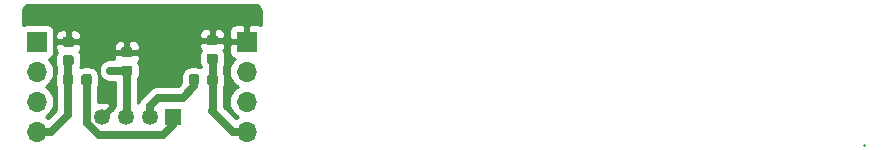
<source format=gtl>
G04 #@! TF.GenerationSoftware,KiCad,Pcbnew,(5.1.4)-1*
G04 #@! TF.CreationDate,2020-05-04T16:36:28+09:00*
G04 #@! TF.ProjectId,SPRESENSE_GROVE_ANA,53505245-5345-44e5-9345-5f47524f5645,v0.2*
G04 #@! TF.SameCoordinates,Original*
G04 #@! TF.FileFunction,Copper,L1,Top*
G04 #@! TF.FilePolarity,Positive*
%FSLAX46Y46*%
G04 Gerber Fmt 4.6, Leading zero omitted, Abs format (unit mm)*
G04 Created by KiCad (PCBNEW (5.1.4)-1) date 2020-05-04 16:36:28*
%MOMM*%
%LPD*%
G04 APERTURE LIST*
%ADD10C,0.100000*%
%ADD11C,0.875000*%
%ADD12R,1.350000X1.350000*%
%ADD13C,1.350000*%
%ADD14R,1.700000X1.700000*%
%ADD15O,1.700000X1.700000*%
%ADD16C,0.600000*%
%ADD17C,0.250000*%
%ADD18C,0.700000*%
%ADD19C,0.254000*%
G04 APERTURE END LIST*
D10*
G36*
X132738691Y-106904053D02*
G01*
X132759926Y-106907203D01*
X132780750Y-106912419D01*
X132800962Y-106919651D01*
X132820368Y-106928830D01*
X132838781Y-106939866D01*
X132856024Y-106952654D01*
X132871930Y-106967070D01*
X132886346Y-106982976D01*
X132899134Y-107000219D01*
X132910170Y-107018632D01*
X132919349Y-107038038D01*
X132926581Y-107058250D01*
X132931797Y-107079074D01*
X132934947Y-107100309D01*
X132936000Y-107121750D01*
X132936000Y-107559250D01*
X132934947Y-107580691D01*
X132931797Y-107601926D01*
X132926581Y-107622750D01*
X132919349Y-107642962D01*
X132910170Y-107662368D01*
X132899134Y-107680781D01*
X132886346Y-107698024D01*
X132871930Y-107713930D01*
X132856024Y-107728346D01*
X132838781Y-107741134D01*
X132820368Y-107752170D01*
X132800962Y-107761349D01*
X132780750Y-107768581D01*
X132759926Y-107773797D01*
X132738691Y-107776947D01*
X132717250Y-107778000D01*
X132204750Y-107778000D01*
X132183309Y-107776947D01*
X132162074Y-107773797D01*
X132141250Y-107768581D01*
X132121038Y-107761349D01*
X132101632Y-107752170D01*
X132083219Y-107741134D01*
X132065976Y-107728346D01*
X132050070Y-107713930D01*
X132035654Y-107698024D01*
X132022866Y-107680781D01*
X132011830Y-107662368D01*
X132002651Y-107642962D01*
X131995419Y-107622750D01*
X131990203Y-107601926D01*
X131987053Y-107580691D01*
X131986000Y-107559250D01*
X131986000Y-107121750D01*
X131987053Y-107100309D01*
X131990203Y-107079074D01*
X131995419Y-107058250D01*
X132002651Y-107038038D01*
X132011830Y-107018632D01*
X132022866Y-107000219D01*
X132035654Y-106982976D01*
X132050070Y-106967070D01*
X132065976Y-106952654D01*
X132083219Y-106939866D01*
X132101632Y-106928830D01*
X132121038Y-106919651D01*
X132141250Y-106912419D01*
X132162074Y-106907203D01*
X132183309Y-106904053D01*
X132204750Y-106903000D01*
X132717250Y-106903000D01*
X132738691Y-106904053D01*
X132738691Y-106904053D01*
G37*
D11*
X132461000Y-107340500D03*
D10*
G36*
X132738691Y-105329053D02*
G01*
X132759926Y-105332203D01*
X132780750Y-105337419D01*
X132800962Y-105344651D01*
X132820368Y-105353830D01*
X132838781Y-105364866D01*
X132856024Y-105377654D01*
X132871930Y-105392070D01*
X132886346Y-105407976D01*
X132899134Y-105425219D01*
X132910170Y-105443632D01*
X132919349Y-105463038D01*
X132926581Y-105483250D01*
X132931797Y-105504074D01*
X132934947Y-105525309D01*
X132936000Y-105546750D01*
X132936000Y-105984250D01*
X132934947Y-106005691D01*
X132931797Y-106026926D01*
X132926581Y-106047750D01*
X132919349Y-106067962D01*
X132910170Y-106087368D01*
X132899134Y-106105781D01*
X132886346Y-106123024D01*
X132871930Y-106138930D01*
X132856024Y-106153346D01*
X132838781Y-106166134D01*
X132820368Y-106177170D01*
X132800962Y-106186349D01*
X132780750Y-106193581D01*
X132759926Y-106198797D01*
X132738691Y-106201947D01*
X132717250Y-106203000D01*
X132204750Y-106203000D01*
X132183309Y-106201947D01*
X132162074Y-106198797D01*
X132141250Y-106193581D01*
X132121038Y-106186349D01*
X132101632Y-106177170D01*
X132083219Y-106166134D01*
X132065976Y-106153346D01*
X132050070Y-106138930D01*
X132035654Y-106123024D01*
X132022866Y-106105781D01*
X132011830Y-106087368D01*
X132002651Y-106067962D01*
X131995419Y-106047750D01*
X131990203Y-106026926D01*
X131987053Y-106005691D01*
X131986000Y-105984250D01*
X131986000Y-105546750D01*
X131987053Y-105525309D01*
X131990203Y-105504074D01*
X131995419Y-105483250D01*
X132002651Y-105463038D01*
X132011830Y-105443632D01*
X132022866Y-105425219D01*
X132035654Y-105407976D01*
X132050070Y-105392070D01*
X132065976Y-105377654D01*
X132083219Y-105364866D01*
X132101632Y-105353830D01*
X132121038Y-105344651D01*
X132141250Y-105337419D01*
X132162074Y-105332203D01*
X132183309Y-105329053D01*
X132204750Y-105328000D01*
X132717250Y-105328000D01*
X132738691Y-105329053D01*
X132738691Y-105329053D01*
G37*
D11*
X132461000Y-105765500D03*
D10*
G36*
X139965691Y-107603053D02*
G01*
X139986926Y-107606203D01*
X140007750Y-107611419D01*
X140027962Y-107618651D01*
X140047368Y-107627830D01*
X140065781Y-107638866D01*
X140083024Y-107651654D01*
X140098930Y-107666070D01*
X140113346Y-107681976D01*
X140126134Y-107699219D01*
X140137170Y-107717632D01*
X140146349Y-107737038D01*
X140153581Y-107757250D01*
X140158797Y-107778074D01*
X140161947Y-107799309D01*
X140163000Y-107820750D01*
X140163000Y-108333250D01*
X140161947Y-108354691D01*
X140158797Y-108375926D01*
X140153581Y-108396750D01*
X140146349Y-108416962D01*
X140137170Y-108436368D01*
X140126134Y-108454781D01*
X140113346Y-108472024D01*
X140098930Y-108487930D01*
X140083024Y-108502346D01*
X140065781Y-108515134D01*
X140047368Y-108526170D01*
X140027962Y-108535349D01*
X140007750Y-108542581D01*
X139986926Y-108547797D01*
X139965691Y-108550947D01*
X139944250Y-108552000D01*
X139506750Y-108552000D01*
X139485309Y-108550947D01*
X139464074Y-108547797D01*
X139443250Y-108542581D01*
X139423038Y-108535349D01*
X139403632Y-108526170D01*
X139385219Y-108515134D01*
X139367976Y-108502346D01*
X139352070Y-108487930D01*
X139337654Y-108472024D01*
X139324866Y-108454781D01*
X139313830Y-108436368D01*
X139304651Y-108416962D01*
X139297419Y-108396750D01*
X139292203Y-108375926D01*
X139289053Y-108354691D01*
X139288000Y-108333250D01*
X139288000Y-107820750D01*
X139289053Y-107799309D01*
X139292203Y-107778074D01*
X139297419Y-107757250D01*
X139304651Y-107737038D01*
X139313830Y-107717632D01*
X139324866Y-107699219D01*
X139337654Y-107681976D01*
X139352070Y-107666070D01*
X139367976Y-107651654D01*
X139385219Y-107638866D01*
X139403632Y-107627830D01*
X139423038Y-107618651D01*
X139443250Y-107611419D01*
X139464074Y-107606203D01*
X139485309Y-107603053D01*
X139506750Y-107602000D01*
X139944250Y-107602000D01*
X139965691Y-107603053D01*
X139965691Y-107603053D01*
G37*
D11*
X139725500Y-108077000D03*
D10*
G36*
X138390691Y-107603053D02*
G01*
X138411926Y-107606203D01*
X138432750Y-107611419D01*
X138452962Y-107618651D01*
X138472368Y-107627830D01*
X138490781Y-107638866D01*
X138508024Y-107651654D01*
X138523930Y-107666070D01*
X138538346Y-107681976D01*
X138551134Y-107699219D01*
X138562170Y-107717632D01*
X138571349Y-107737038D01*
X138578581Y-107757250D01*
X138583797Y-107778074D01*
X138586947Y-107799309D01*
X138588000Y-107820750D01*
X138588000Y-108333250D01*
X138586947Y-108354691D01*
X138583797Y-108375926D01*
X138578581Y-108396750D01*
X138571349Y-108416962D01*
X138562170Y-108436368D01*
X138551134Y-108454781D01*
X138538346Y-108472024D01*
X138523930Y-108487930D01*
X138508024Y-108502346D01*
X138490781Y-108515134D01*
X138472368Y-108526170D01*
X138452962Y-108535349D01*
X138432750Y-108542581D01*
X138411926Y-108547797D01*
X138390691Y-108550947D01*
X138369250Y-108552000D01*
X137931750Y-108552000D01*
X137910309Y-108550947D01*
X137889074Y-108547797D01*
X137868250Y-108542581D01*
X137848038Y-108535349D01*
X137828632Y-108526170D01*
X137810219Y-108515134D01*
X137792976Y-108502346D01*
X137777070Y-108487930D01*
X137762654Y-108472024D01*
X137749866Y-108454781D01*
X137738830Y-108436368D01*
X137729651Y-108416962D01*
X137722419Y-108396750D01*
X137717203Y-108375926D01*
X137714053Y-108354691D01*
X137713000Y-108333250D01*
X137713000Y-107820750D01*
X137714053Y-107799309D01*
X137717203Y-107778074D01*
X137722419Y-107757250D01*
X137729651Y-107737038D01*
X137738830Y-107717632D01*
X137749866Y-107699219D01*
X137762654Y-107681976D01*
X137777070Y-107666070D01*
X137792976Y-107651654D01*
X137810219Y-107638866D01*
X137828632Y-107627830D01*
X137848038Y-107618651D01*
X137868250Y-107611419D01*
X137889074Y-107606203D01*
X137910309Y-107603053D01*
X137931750Y-107602000D01*
X138369250Y-107602000D01*
X138390691Y-107603053D01*
X138390691Y-107603053D01*
G37*
D11*
X138150500Y-108077000D03*
D12*
X136398000Y-111252000D03*
D13*
X134398000Y-111252000D03*
X132398000Y-111252000D03*
X130398000Y-111252000D03*
D14*
X124841000Y-104855000D03*
D15*
X124841000Y-107395000D03*
X124841000Y-109935000D03*
X124841000Y-112475000D03*
X142621000Y-112475000D03*
X142621000Y-109935000D03*
X142621000Y-107395000D03*
D14*
X142621000Y-104855000D03*
D10*
G36*
X129297691Y-107603053D02*
G01*
X129318926Y-107606203D01*
X129339750Y-107611419D01*
X129359962Y-107618651D01*
X129379368Y-107627830D01*
X129397781Y-107638866D01*
X129415024Y-107651654D01*
X129430930Y-107666070D01*
X129445346Y-107681976D01*
X129458134Y-107699219D01*
X129469170Y-107717632D01*
X129478349Y-107737038D01*
X129485581Y-107757250D01*
X129490797Y-107778074D01*
X129493947Y-107799309D01*
X129495000Y-107820750D01*
X129495000Y-108333250D01*
X129493947Y-108354691D01*
X129490797Y-108375926D01*
X129485581Y-108396750D01*
X129478349Y-108416962D01*
X129469170Y-108436368D01*
X129458134Y-108454781D01*
X129445346Y-108472024D01*
X129430930Y-108487930D01*
X129415024Y-108502346D01*
X129397781Y-108515134D01*
X129379368Y-108526170D01*
X129359962Y-108535349D01*
X129339750Y-108542581D01*
X129318926Y-108547797D01*
X129297691Y-108550947D01*
X129276250Y-108552000D01*
X128838750Y-108552000D01*
X128817309Y-108550947D01*
X128796074Y-108547797D01*
X128775250Y-108542581D01*
X128755038Y-108535349D01*
X128735632Y-108526170D01*
X128717219Y-108515134D01*
X128699976Y-108502346D01*
X128684070Y-108487930D01*
X128669654Y-108472024D01*
X128656866Y-108454781D01*
X128645830Y-108436368D01*
X128636651Y-108416962D01*
X128629419Y-108396750D01*
X128624203Y-108375926D01*
X128621053Y-108354691D01*
X128620000Y-108333250D01*
X128620000Y-107820750D01*
X128621053Y-107799309D01*
X128624203Y-107778074D01*
X128629419Y-107757250D01*
X128636651Y-107737038D01*
X128645830Y-107717632D01*
X128656866Y-107699219D01*
X128669654Y-107681976D01*
X128684070Y-107666070D01*
X128699976Y-107651654D01*
X128717219Y-107638866D01*
X128735632Y-107627830D01*
X128755038Y-107618651D01*
X128775250Y-107611419D01*
X128796074Y-107606203D01*
X128817309Y-107603053D01*
X128838750Y-107602000D01*
X129276250Y-107602000D01*
X129297691Y-107603053D01*
X129297691Y-107603053D01*
G37*
D11*
X129057500Y-108077000D03*
D10*
G36*
X127722691Y-107603053D02*
G01*
X127743926Y-107606203D01*
X127764750Y-107611419D01*
X127784962Y-107618651D01*
X127804368Y-107627830D01*
X127822781Y-107638866D01*
X127840024Y-107651654D01*
X127855930Y-107666070D01*
X127870346Y-107681976D01*
X127883134Y-107699219D01*
X127894170Y-107717632D01*
X127903349Y-107737038D01*
X127910581Y-107757250D01*
X127915797Y-107778074D01*
X127918947Y-107799309D01*
X127920000Y-107820750D01*
X127920000Y-108333250D01*
X127918947Y-108354691D01*
X127915797Y-108375926D01*
X127910581Y-108396750D01*
X127903349Y-108416962D01*
X127894170Y-108436368D01*
X127883134Y-108454781D01*
X127870346Y-108472024D01*
X127855930Y-108487930D01*
X127840024Y-108502346D01*
X127822781Y-108515134D01*
X127804368Y-108526170D01*
X127784962Y-108535349D01*
X127764750Y-108542581D01*
X127743926Y-108547797D01*
X127722691Y-108550947D01*
X127701250Y-108552000D01*
X127263750Y-108552000D01*
X127242309Y-108550947D01*
X127221074Y-108547797D01*
X127200250Y-108542581D01*
X127180038Y-108535349D01*
X127160632Y-108526170D01*
X127142219Y-108515134D01*
X127124976Y-108502346D01*
X127109070Y-108487930D01*
X127094654Y-108472024D01*
X127081866Y-108454781D01*
X127070830Y-108436368D01*
X127061651Y-108416962D01*
X127054419Y-108396750D01*
X127049203Y-108375926D01*
X127046053Y-108354691D01*
X127045000Y-108333250D01*
X127045000Y-107820750D01*
X127046053Y-107799309D01*
X127049203Y-107778074D01*
X127054419Y-107757250D01*
X127061651Y-107737038D01*
X127070830Y-107717632D01*
X127081866Y-107699219D01*
X127094654Y-107681976D01*
X127109070Y-107666070D01*
X127124976Y-107651654D01*
X127142219Y-107638866D01*
X127160632Y-107627830D01*
X127180038Y-107618651D01*
X127200250Y-107611419D01*
X127221074Y-107606203D01*
X127242309Y-107603053D01*
X127263750Y-107602000D01*
X127701250Y-107602000D01*
X127722691Y-107603053D01*
X127722691Y-107603053D01*
G37*
D11*
X127482500Y-108077000D03*
D10*
G36*
X127785691Y-104440053D02*
G01*
X127806926Y-104443203D01*
X127827750Y-104448419D01*
X127847962Y-104455651D01*
X127867368Y-104464830D01*
X127885781Y-104475866D01*
X127903024Y-104488654D01*
X127918930Y-104503070D01*
X127933346Y-104518976D01*
X127946134Y-104536219D01*
X127957170Y-104554632D01*
X127966349Y-104574038D01*
X127973581Y-104594250D01*
X127978797Y-104615074D01*
X127981947Y-104636309D01*
X127983000Y-104657750D01*
X127983000Y-105095250D01*
X127981947Y-105116691D01*
X127978797Y-105137926D01*
X127973581Y-105158750D01*
X127966349Y-105178962D01*
X127957170Y-105198368D01*
X127946134Y-105216781D01*
X127933346Y-105234024D01*
X127918930Y-105249930D01*
X127903024Y-105264346D01*
X127885781Y-105277134D01*
X127867368Y-105288170D01*
X127847962Y-105297349D01*
X127827750Y-105304581D01*
X127806926Y-105309797D01*
X127785691Y-105312947D01*
X127764250Y-105314000D01*
X127251750Y-105314000D01*
X127230309Y-105312947D01*
X127209074Y-105309797D01*
X127188250Y-105304581D01*
X127168038Y-105297349D01*
X127148632Y-105288170D01*
X127130219Y-105277134D01*
X127112976Y-105264346D01*
X127097070Y-105249930D01*
X127082654Y-105234024D01*
X127069866Y-105216781D01*
X127058830Y-105198368D01*
X127049651Y-105178962D01*
X127042419Y-105158750D01*
X127037203Y-105137926D01*
X127034053Y-105116691D01*
X127033000Y-105095250D01*
X127033000Y-104657750D01*
X127034053Y-104636309D01*
X127037203Y-104615074D01*
X127042419Y-104594250D01*
X127049651Y-104574038D01*
X127058830Y-104554632D01*
X127069866Y-104536219D01*
X127082654Y-104518976D01*
X127097070Y-104503070D01*
X127112976Y-104488654D01*
X127130219Y-104475866D01*
X127148632Y-104464830D01*
X127168038Y-104455651D01*
X127188250Y-104448419D01*
X127209074Y-104443203D01*
X127230309Y-104440053D01*
X127251750Y-104439000D01*
X127764250Y-104439000D01*
X127785691Y-104440053D01*
X127785691Y-104440053D01*
G37*
D11*
X127508000Y-104876500D03*
D10*
G36*
X127785691Y-106015053D02*
G01*
X127806926Y-106018203D01*
X127827750Y-106023419D01*
X127847962Y-106030651D01*
X127867368Y-106039830D01*
X127885781Y-106050866D01*
X127903024Y-106063654D01*
X127918930Y-106078070D01*
X127933346Y-106093976D01*
X127946134Y-106111219D01*
X127957170Y-106129632D01*
X127966349Y-106149038D01*
X127973581Y-106169250D01*
X127978797Y-106190074D01*
X127981947Y-106211309D01*
X127983000Y-106232750D01*
X127983000Y-106670250D01*
X127981947Y-106691691D01*
X127978797Y-106712926D01*
X127973581Y-106733750D01*
X127966349Y-106753962D01*
X127957170Y-106773368D01*
X127946134Y-106791781D01*
X127933346Y-106809024D01*
X127918930Y-106824930D01*
X127903024Y-106839346D01*
X127885781Y-106852134D01*
X127867368Y-106863170D01*
X127847962Y-106872349D01*
X127827750Y-106879581D01*
X127806926Y-106884797D01*
X127785691Y-106887947D01*
X127764250Y-106889000D01*
X127251750Y-106889000D01*
X127230309Y-106887947D01*
X127209074Y-106884797D01*
X127188250Y-106879581D01*
X127168038Y-106872349D01*
X127148632Y-106863170D01*
X127130219Y-106852134D01*
X127112976Y-106839346D01*
X127097070Y-106824930D01*
X127082654Y-106809024D01*
X127069866Y-106791781D01*
X127058830Y-106773368D01*
X127049651Y-106753962D01*
X127042419Y-106733750D01*
X127037203Y-106712926D01*
X127034053Y-106691691D01*
X127033000Y-106670250D01*
X127033000Y-106232750D01*
X127034053Y-106211309D01*
X127037203Y-106190074D01*
X127042419Y-106169250D01*
X127049651Y-106149038D01*
X127058830Y-106129632D01*
X127069866Y-106111219D01*
X127082654Y-106093976D01*
X127097070Y-106078070D01*
X127112976Y-106063654D01*
X127130219Y-106050866D01*
X127148632Y-106039830D01*
X127168038Y-106030651D01*
X127188250Y-106023419D01*
X127209074Y-106018203D01*
X127230309Y-106015053D01*
X127251750Y-106014000D01*
X127764250Y-106014000D01*
X127785691Y-106015053D01*
X127785691Y-106015053D01*
G37*
D11*
X127508000Y-106451500D03*
D10*
G36*
X139977691Y-104313053D02*
G01*
X139998926Y-104316203D01*
X140019750Y-104321419D01*
X140039962Y-104328651D01*
X140059368Y-104337830D01*
X140077781Y-104348866D01*
X140095024Y-104361654D01*
X140110930Y-104376070D01*
X140125346Y-104391976D01*
X140138134Y-104409219D01*
X140149170Y-104427632D01*
X140158349Y-104447038D01*
X140165581Y-104467250D01*
X140170797Y-104488074D01*
X140173947Y-104509309D01*
X140175000Y-104530750D01*
X140175000Y-104968250D01*
X140173947Y-104989691D01*
X140170797Y-105010926D01*
X140165581Y-105031750D01*
X140158349Y-105051962D01*
X140149170Y-105071368D01*
X140138134Y-105089781D01*
X140125346Y-105107024D01*
X140110930Y-105122930D01*
X140095024Y-105137346D01*
X140077781Y-105150134D01*
X140059368Y-105161170D01*
X140039962Y-105170349D01*
X140019750Y-105177581D01*
X139998926Y-105182797D01*
X139977691Y-105185947D01*
X139956250Y-105187000D01*
X139443750Y-105187000D01*
X139422309Y-105185947D01*
X139401074Y-105182797D01*
X139380250Y-105177581D01*
X139360038Y-105170349D01*
X139340632Y-105161170D01*
X139322219Y-105150134D01*
X139304976Y-105137346D01*
X139289070Y-105122930D01*
X139274654Y-105107024D01*
X139261866Y-105089781D01*
X139250830Y-105071368D01*
X139241651Y-105051962D01*
X139234419Y-105031750D01*
X139229203Y-105010926D01*
X139226053Y-104989691D01*
X139225000Y-104968250D01*
X139225000Y-104530750D01*
X139226053Y-104509309D01*
X139229203Y-104488074D01*
X139234419Y-104467250D01*
X139241651Y-104447038D01*
X139250830Y-104427632D01*
X139261866Y-104409219D01*
X139274654Y-104391976D01*
X139289070Y-104376070D01*
X139304976Y-104361654D01*
X139322219Y-104348866D01*
X139340632Y-104337830D01*
X139360038Y-104328651D01*
X139380250Y-104321419D01*
X139401074Y-104316203D01*
X139422309Y-104313053D01*
X139443750Y-104312000D01*
X139956250Y-104312000D01*
X139977691Y-104313053D01*
X139977691Y-104313053D01*
G37*
D11*
X139700000Y-104749500D03*
D10*
G36*
X139977691Y-105888053D02*
G01*
X139998926Y-105891203D01*
X140019750Y-105896419D01*
X140039962Y-105903651D01*
X140059368Y-105912830D01*
X140077781Y-105923866D01*
X140095024Y-105936654D01*
X140110930Y-105951070D01*
X140125346Y-105966976D01*
X140138134Y-105984219D01*
X140149170Y-106002632D01*
X140158349Y-106022038D01*
X140165581Y-106042250D01*
X140170797Y-106063074D01*
X140173947Y-106084309D01*
X140175000Y-106105750D01*
X140175000Y-106543250D01*
X140173947Y-106564691D01*
X140170797Y-106585926D01*
X140165581Y-106606750D01*
X140158349Y-106626962D01*
X140149170Y-106646368D01*
X140138134Y-106664781D01*
X140125346Y-106682024D01*
X140110930Y-106697930D01*
X140095024Y-106712346D01*
X140077781Y-106725134D01*
X140059368Y-106736170D01*
X140039962Y-106745349D01*
X140019750Y-106752581D01*
X139998926Y-106757797D01*
X139977691Y-106760947D01*
X139956250Y-106762000D01*
X139443750Y-106762000D01*
X139422309Y-106760947D01*
X139401074Y-106757797D01*
X139380250Y-106752581D01*
X139360038Y-106745349D01*
X139340632Y-106736170D01*
X139322219Y-106725134D01*
X139304976Y-106712346D01*
X139289070Y-106697930D01*
X139274654Y-106682024D01*
X139261866Y-106664781D01*
X139250830Y-106646368D01*
X139241651Y-106626962D01*
X139234419Y-106606750D01*
X139229203Y-106585926D01*
X139226053Y-106564691D01*
X139225000Y-106543250D01*
X139225000Y-106105750D01*
X139226053Y-106084309D01*
X139229203Y-106063074D01*
X139234419Y-106042250D01*
X139241651Y-106022038D01*
X139250830Y-106002632D01*
X139261866Y-105984219D01*
X139274654Y-105966976D01*
X139289070Y-105951070D01*
X139304976Y-105936654D01*
X139322219Y-105923866D01*
X139340632Y-105912830D01*
X139360038Y-105903651D01*
X139380250Y-105896419D01*
X139401074Y-105891203D01*
X139422309Y-105888053D01*
X139443750Y-105887000D01*
X139956250Y-105887000D01*
X139977691Y-105888053D01*
X139977691Y-105888053D01*
G37*
D11*
X139700000Y-106324500D03*
D16*
X131064000Y-107315000D03*
D17*
X194880800Y-113609100D02*
X194877300Y-113605600D01*
D18*
X132461000Y-111189000D02*
X132398000Y-111252000D01*
X132461000Y-107340500D02*
X132461000Y-111189000D01*
X132435500Y-107315000D02*
X132461000Y-107340500D01*
X131064000Y-107315000D02*
X132435500Y-107315000D01*
X136398000Y-111887000D02*
X136398000Y-111252000D01*
X135509000Y-112776000D02*
X136398000Y-111887000D01*
X130108998Y-112776000D02*
X135509000Y-112776000D01*
X129057500Y-108077000D02*
X129057500Y-111724502D01*
X129057500Y-111724502D02*
X130108998Y-112776000D01*
X138150500Y-108652000D02*
X137201500Y-109601000D01*
X138150500Y-108077000D02*
X138150500Y-108652000D01*
X134398000Y-110297406D02*
X134398000Y-111252000D01*
X135094406Y-109601000D02*
X134398000Y-110297406D01*
X137201500Y-109601000D02*
X135094406Y-109601000D01*
X127482500Y-111035581D02*
X127482500Y-108077000D01*
X124841000Y-112475000D02*
X126043081Y-112475000D01*
X126043081Y-112475000D02*
X127482500Y-111035581D01*
X127482500Y-106477000D02*
X127508000Y-106451500D01*
X127482500Y-108077000D02*
X127482500Y-106477000D01*
X141418919Y-112475000D02*
X139700000Y-110756081D01*
X142621000Y-112475000D02*
X141418919Y-112475000D01*
X139725500Y-110730581D02*
X139725500Y-108077000D01*
X139700000Y-110756081D02*
X139725500Y-110730581D01*
X139725500Y-106350000D02*
X139700000Y-106324500D01*
X139725500Y-108077000D02*
X139725500Y-106350000D01*
D19*
G36*
X143364109Y-101769005D02*
G01*
X143468101Y-101800402D01*
X143564014Y-101851399D01*
X143648194Y-101920055D01*
X143717440Y-102003758D01*
X143769105Y-102099311D01*
X143801227Y-102203078D01*
X143816000Y-102343641D01*
X143816000Y-103469388D01*
X143715180Y-103415498D01*
X143595482Y-103379188D01*
X143471000Y-103366928D01*
X142906750Y-103370000D01*
X142748000Y-103528750D01*
X142748000Y-104728000D01*
X142768000Y-104728000D01*
X142768000Y-104982000D01*
X142748000Y-104982000D01*
X142748000Y-105002000D01*
X142494000Y-105002000D01*
X142494000Y-104982000D01*
X141294750Y-104982000D01*
X141136000Y-105140750D01*
X141132928Y-105705000D01*
X141145188Y-105829482D01*
X141181498Y-105949180D01*
X141240463Y-106059494D01*
X141319815Y-106156185D01*
X141416506Y-106235537D01*
X141526820Y-106294502D01*
X141595687Y-106315393D01*
X141565866Y-106339866D01*
X141380294Y-106565986D01*
X141242401Y-106823966D01*
X141157487Y-107103889D01*
X141128815Y-107395000D01*
X141157487Y-107686111D01*
X141242401Y-107966034D01*
X141380294Y-108224014D01*
X141565866Y-108450134D01*
X141791986Y-108635706D01*
X141846791Y-108665000D01*
X141791986Y-108694294D01*
X141565866Y-108879866D01*
X141380294Y-109105986D01*
X141242401Y-109363966D01*
X141157487Y-109643889D01*
X141128815Y-109935000D01*
X141157487Y-110226111D01*
X141242401Y-110506034D01*
X141380294Y-110764014D01*
X141565866Y-110990134D01*
X141791986Y-111175706D01*
X141846791Y-111205000D01*
X141791986Y-111234294D01*
X141670728Y-111333808D01*
X140710500Y-110373581D01*
X140710500Y-108708568D01*
X140735850Y-108661142D01*
X140784608Y-108500408D01*
X140801072Y-108333250D01*
X140801072Y-107820750D01*
X140784608Y-107653592D01*
X140735850Y-107492858D01*
X140710500Y-107445432D01*
X140710500Y-106941019D01*
X140747850Y-106871142D01*
X140796608Y-106710408D01*
X140813072Y-106543250D01*
X140813072Y-106105750D01*
X140796608Y-105938592D01*
X140747850Y-105777858D01*
X140668671Y-105629725D01*
X140650900Y-105608070D01*
X140705537Y-105541494D01*
X140764502Y-105431180D01*
X140800812Y-105311482D01*
X140813072Y-105187000D01*
X140810000Y-105035250D01*
X140651250Y-104876500D01*
X139827000Y-104876500D01*
X139827000Y-104896500D01*
X139573000Y-104896500D01*
X139573000Y-104876500D01*
X138748750Y-104876500D01*
X138590000Y-105035250D01*
X138586928Y-105187000D01*
X138599188Y-105311482D01*
X138635498Y-105431180D01*
X138694463Y-105541494D01*
X138749100Y-105608070D01*
X138731329Y-105629725D01*
X138652150Y-105777858D01*
X138603392Y-105938592D01*
X138586928Y-106105750D01*
X138586928Y-106543250D01*
X138603392Y-106710408D01*
X138652150Y-106871142D01*
X138731329Y-107019275D01*
X138740501Y-107030451D01*
X138740501Y-107052326D01*
X138697142Y-107029150D01*
X138536408Y-106980392D01*
X138369250Y-106963928D01*
X137931750Y-106963928D01*
X137764592Y-106980392D01*
X137603858Y-107029150D01*
X137455725Y-107108329D01*
X137325885Y-107214885D01*
X137219329Y-107344725D01*
X137140150Y-107492858D01*
X137091392Y-107653592D01*
X137074928Y-107820750D01*
X137074928Y-108333250D01*
X137075046Y-108334453D01*
X136793500Y-108616000D01*
X135142786Y-108616000D01*
X135094406Y-108611235D01*
X135046026Y-108616000D01*
X134901312Y-108630253D01*
X134715639Y-108686576D01*
X134544522Y-108778040D01*
X134394536Y-108901130D01*
X134363695Y-108938710D01*
X133735715Y-109566691D01*
X133698130Y-109597536D01*
X133575040Y-109747522D01*
X133489465Y-109907622D01*
X133483576Y-109918640D01*
X133446000Y-110042512D01*
X133446000Y-108004726D01*
X133508850Y-107887142D01*
X133557608Y-107726408D01*
X133574072Y-107559250D01*
X133574072Y-107121750D01*
X133557608Y-106954592D01*
X133508850Y-106793858D01*
X133429671Y-106645725D01*
X133411900Y-106624070D01*
X133466537Y-106557494D01*
X133525502Y-106447180D01*
X133561812Y-106327482D01*
X133574072Y-106203000D01*
X133571000Y-106051250D01*
X133412250Y-105892500D01*
X132588000Y-105892500D01*
X132588000Y-105912500D01*
X132334000Y-105912500D01*
X132334000Y-105892500D01*
X131509750Y-105892500D01*
X131351000Y-106051250D01*
X131347928Y-106203000D01*
X131360188Y-106327482D01*
X131360952Y-106330000D01*
X131015620Y-106330000D01*
X130870906Y-106344253D01*
X130685233Y-106400576D01*
X130514116Y-106492040D01*
X130364130Y-106615130D01*
X130241040Y-106765116D01*
X130149576Y-106936233D01*
X130093253Y-107121906D01*
X130074235Y-107315000D01*
X130093253Y-107508094D01*
X130149576Y-107693767D01*
X130241040Y-107864884D01*
X130364130Y-108014870D01*
X130514116Y-108137960D01*
X130685233Y-108229424D01*
X130870906Y-108285747D01*
X131015620Y-108300000D01*
X131476000Y-108300000D01*
X131476001Y-110321378D01*
X131380456Y-110416923D01*
X131305441Y-110529191D01*
X131301400Y-110528205D01*
X130577605Y-111252000D01*
X130591748Y-111266143D01*
X130412143Y-111445748D01*
X130398000Y-111431605D01*
X130383858Y-111445748D01*
X130204253Y-111266143D01*
X130218395Y-111252000D01*
X130204253Y-111237858D01*
X130383858Y-111058253D01*
X130398000Y-111072395D01*
X131121795Y-110348600D01*
X131065370Y-110117379D01*
X130831192Y-110008983D01*
X130580367Y-109948355D01*
X130322535Y-109937826D01*
X130067602Y-109977800D01*
X130042500Y-109987017D01*
X130042500Y-108708568D01*
X130067850Y-108661142D01*
X130116608Y-108500408D01*
X130133072Y-108333250D01*
X130133072Y-107820750D01*
X130116608Y-107653592D01*
X130067850Y-107492858D01*
X129988671Y-107344725D01*
X129882115Y-107214885D01*
X129752275Y-107108329D01*
X129604142Y-107029150D01*
X129443408Y-106980392D01*
X129276250Y-106963928D01*
X128838750Y-106963928D01*
X128671592Y-106980392D01*
X128544775Y-107018861D01*
X128555850Y-106998142D01*
X128604608Y-106837408D01*
X128621072Y-106670250D01*
X128621072Y-106232750D01*
X128604608Y-106065592D01*
X128555850Y-105904858D01*
X128476671Y-105756725D01*
X128458900Y-105735070D01*
X128513537Y-105668494D01*
X128572502Y-105558180D01*
X128608812Y-105438482D01*
X128619693Y-105328000D01*
X131347928Y-105328000D01*
X131351000Y-105479750D01*
X131509750Y-105638500D01*
X132334000Y-105638500D01*
X132334000Y-104851750D01*
X132588000Y-104851750D01*
X132588000Y-105638500D01*
X133412250Y-105638500D01*
X133571000Y-105479750D01*
X133574072Y-105328000D01*
X133561812Y-105203518D01*
X133525502Y-105083820D01*
X133466537Y-104973506D01*
X133387185Y-104876815D01*
X133290494Y-104797463D01*
X133180180Y-104738498D01*
X133060482Y-104702188D01*
X132936000Y-104689928D01*
X132746750Y-104693000D01*
X132588000Y-104851750D01*
X132334000Y-104851750D01*
X132175250Y-104693000D01*
X131986000Y-104689928D01*
X131861518Y-104702188D01*
X131741820Y-104738498D01*
X131631506Y-104797463D01*
X131534815Y-104876815D01*
X131455463Y-104973506D01*
X131396498Y-105083820D01*
X131360188Y-105203518D01*
X131347928Y-105328000D01*
X128619693Y-105328000D01*
X128621072Y-105314000D01*
X128618000Y-105162250D01*
X128459250Y-105003500D01*
X127635000Y-105003500D01*
X127635000Y-105023500D01*
X127381000Y-105023500D01*
X127381000Y-105003500D01*
X126556750Y-105003500D01*
X126398000Y-105162250D01*
X126394928Y-105314000D01*
X126407188Y-105438482D01*
X126443498Y-105558180D01*
X126502463Y-105668494D01*
X126557100Y-105735070D01*
X126539329Y-105756725D01*
X126460150Y-105904858D01*
X126411392Y-106065592D01*
X126394928Y-106232750D01*
X126394928Y-106670250D01*
X126411392Y-106837408D01*
X126460150Y-106998142D01*
X126497501Y-107068020D01*
X126497500Y-107445431D01*
X126472150Y-107492858D01*
X126423392Y-107653592D01*
X126406928Y-107820750D01*
X126406928Y-108333250D01*
X126423392Y-108500408D01*
X126472150Y-108661142D01*
X126497501Y-108708570D01*
X126497500Y-110627580D01*
X125791272Y-111333808D01*
X125670014Y-111234294D01*
X125615209Y-111205000D01*
X125670014Y-111175706D01*
X125896134Y-110990134D01*
X126081706Y-110764014D01*
X126219599Y-110506034D01*
X126304513Y-110226111D01*
X126333185Y-109935000D01*
X126304513Y-109643889D01*
X126219599Y-109363966D01*
X126081706Y-109105986D01*
X125896134Y-108879866D01*
X125670014Y-108694294D01*
X125615209Y-108665000D01*
X125670014Y-108635706D01*
X125896134Y-108450134D01*
X126081706Y-108224014D01*
X126219599Y-107966034D01*
X126304513Y-107686111D01*
X126333185Y-107395000D01*
X126304513Y-107103889D01*
X126219599Y-106823966D01*
X126081706Y-106565986D01*
X125896134Y-106339866D01*
X125866313Y-106315393D01*
X125935180Y-106294502D01*
X126045494Y-106235537D01*
X126142185Y-106156185D01*
X126221537Y-106059494D01*
X126280502Y-105949180D01*
X126316812Y-105829482D01*
X126329072Y-105705000D01*
X126329072Y-104439000D01*
X126394928Y-104439000D01*
X126398000Y-104590750D01*
X126556750Y-104749500D01*
X127381000Y-104749500D01*
X127381000Y-103962750D01*
X127635000Y-103962750D01*
X127635000Y-104749500D01*
X128459250Y-104749500D01*
X128618000Y-104590750D01*
X128621072Y-104439000D01*
X128608812Y-104314518D01*
X128608049Y-104312000D01*
X138586928Y-104312000D01*
X138590000Y-104463750D01*
X138748750Y-104622500D01*
X139573000Y-104622500D01*
X139573000Y-103835750D01*
X139827000Y-103835750D01*
X139827000Y-104622500D01*
X140651250Y-104622500D01*
X140810000Y-104463750D01*
X140813072Y-104312000D01*
X140800812Y-104187518D01*
X140764502Y-104067820D01*
X140730924Y-104005000D01*
X141132928Y-104005000D01*
X141136000Y-104569250D01*
X141294750Y-104728000D01*
X142494000Y-104728000D01*
X142494000Y-103528750D01*
X142335250Y-103370000D01*
X141771000Y-103366928D01*
X141646518Y-103379188D01*
X141526820Y-103415498D01*
X141416506Y-103474463D01*
X141319815Y-103553815D01*
X141240463Y-103650506D01*
X141181498Y-103760820D01*
X141145188Y-103880518D01*
X141132928Y-104005000D01*
X140730924Y-104005000D01*
X140705537Y-103957506D01*
X140626185Y-103860815D01*
X140529494Y-103781463D01*
X140419180Y-103722498D01*
X140299482Y-103686188D01*
X140175000Y-103673928D01*
X139985750Y-103677000D01*
X139827000Y-103835750D01*
X139573000Y-103835750D01*
X139414250Y-103677000D01*
X139225000Y-103673928D01*
X139100518Y-103686188D01*
X138980820Y-103722498D01*
X138870506Y-103781463D01*
X138773815Y-103860815D01*
X138694463Y-103957506D01*
X138635498Y-104067820D01*
X138599188Y-104187518D01*
X138586928Y-104312000D01*
X128608049Y-104312000D01*
X128572502Y-104194820D01*
X128513537Y-104084506D01*
X128434185Y-103987815D01*
X128337494Y-103908463D01*
X128227180Y-103849498D01*
X128107482Y-103813188D01*
X127983000Y-103800928D01*
X127793750Y-103804000D01*
X127635000Y-103962750D01*
X127381000Y-103962750D01*
X127222250Y-103804000D01*
X127033000Y-103800928D01*
X126908518Y-103813188D01*
X126788820Y-103849498D01*
X126678506Y-103908463D01*
X126581815Y-103987815D01*
X126502463Y-104084506D01*
X126443498Y-104194820D01*
X126407188Y-104314518D01*
X126394928Y-104439000D01*
X126329072Y-104439000D01*
X126329072Y-104005000D01*
X126316812Y-103880518D01*
X126280502Y-103760820D01*
X126221537Y-103650506D01*
X126142185Y-103553815D01*
X126045494Y-103474463D01*
X125935180Y-103415498D01*
X125815482Y-103379188D01*
X125691000Y-103366928D01*
X123991000Y-103366928D01*
X123866518Y-103379188D01*
X123746820Y-103415498D01*
X123646000Y-103469388D01*
X123646000Y-102349720D01*
X123660005Y-102206891D01*
X123691402Y-102102899D01*
X123742399Y-102006986D01*
X123811055Y-101922806D01*
X123894758Y-101853560D01*
X123990311Y-101801895D01*
X124094078Y-101769773D01*
X124234641Y-101755000D01*
X143221280Y-101755000D01*
X143364109Y-101769005D01*
X143364109Y-101769005D01*
G37*
X143364109Y-101769005D02*
X143468101Y-101800402D01*
X143564014Y-101851399D01*
X143648194Y-101920055D01*
X143717440Y-102003758D01*
X143769105Y-102099311D01*
X143801227Y-102203078D01*
X143816000Y-102343641D01*
X143816000Y-103469388D01*
X143715180Y-103415498D01*
X143595482Y-103379188D01*
X143471000Y-103366928D01*
X142906750Y-103370000D01*
X142748000Y-103528750D01*
X142748000Y-104728000D01*
X142768000Y-104728000D01*
X142768000Y-104982000D01*
X142748000Y-104982000D01*
X142748000Y-105002000D01*
X142494000Y-105002000D01*
X142494000Y-104982000D01*
X141294750Y-104982000D01*
X141136000Y-105140750D01*
X141132928Y-105705000D01*
X141145188Y-105829482D01*
X141181498Y-105949180D01*
X141240463Y-106059494D01*
X141319815Y-106156185D01*
X141416506Y-106235537D01*
X141526820Y-106294502D01*
X141595687Y-106315393D01*
X141565866Y-106339866D01*
X141380294Y-106565986D01*
X141242401Y-106823966D01*
X141157487Y-107103889D01*
X141128815Y-107395000D01*
X141157487Y-107686111D01*
X141242401Y-107966034D01*
X141380294Y-108224014D01*
X141565866Y-108450134D01*
X141791986Y-108635706D01*
X141846791Y-108665000D01*
X141791986Y-108694294D01*
X141565866Y-108879866D01*
X141380294Y-109105986D01*
X141242401Y-109363966D01*
X141157487Y-109643889D01*
X141128815Y-109935000D01*
X141157487Y-110226111D01*
X141242401Y-110506034D01*
X141380294Y-110764014D01*
X141565866Y-110990134D01*
X141791986Y-111175706D01*
X141846791Y-111205000D01*
X141791986Y-111234294D01*
X141670728Y-111333808D01*
X140710500Y-110373581D01*
X140710500Y-108708568D01*
X140735850Y-108661142D01*
X140784608Y-108500408D01*
X140801072Y-108333250D01*
X140801072Y-107820750D01*
X140784608Y-107653592D01*
X140735850Y-107492858D01*
X140710500Y-107445432D01*
X140710500Y-106941019D01*
X140747850Y-106871142D01*
X140796608Y-106710408D01*
X140813072Y-106543250D01*
X140813072Y-106105750D01*
X140796608Y-105938592D01*
X140747850Y-105777858D01*
X140668671Y-105629725D01*
X140650900Y-105608070D01*
X140705537Y-105541494D01*
X140764502Y-105431180D01*
X140800812Y-105311482D01*
X140813072Y-105187000D01*
X140810000Y-105035250D01*
X140651250Y-104876500D01*
X139827000Y-104876500D01*
X139827000Y-104896500D01*
X139573000Y-104896500D01*
X139573000Y-104876500D01*
X138748750Y-104876500D01*
X138590000Y-105035250D01*
X138586928Y-105187000D01*
X138599188Y-105311482D01*
X138635498Y-105431180D01*
X138694463Y-105541494D01*
X138749100Y-105608070D01*
X138731329Y-105629725D01*
X138652150Y-105777858D01*
X138603392Y-105938592D01*
X138586928Y-106105750D01*
X138586928Y-106543250D01*
X138603392Y-106710408D01*
X138652150Y-106871142D01*
X138731329Y-107019275D01*
X138740501Y-107030451D01*
X138740501Y-107052326D01*
X138697142Y-107029150D01*
X138536408Y-106980392D01*
X138369250Y-106963928D01*
X137931750Y-106963928D01*
X137764592Y-106980392D01*
X137603858Y-107029150D01*
X137455725Y-107108329D01*
X137325885Y-107214885D01*
X137219329Y-107344725D01*
X137140150Y-107492858D01*
X137091392Y-107653592D01*
X137074928Y-107820750D01*
X137074928Y-108333250D01*
X137075046Y-108334453D01*
X136793500Y-108616000D01*
X135142786Y-108616000D01*
X135094406Y-108611235D01*
X135046026Y-108616000D01*
X134901312Y-108630253D01*
X134715639Y-108686576D01*
X134544522Y-108778040D01*
X134394536Y-108901130D01*
X134363695Y-108938710D01*
X133735715Y-109566691D01*
X133698130Y-109597536D01*
X133575040Y-109747522D01*
X133489465Y-109907622D01*
X133483576Y-109918640D01*
X133446000Y-110042512D01*
X133446000Y-108004726D01*
X133508850Y-107887142D01*
X133557608Y-107726408D01*
X133574072Y-107559250D01*
X133574072Y-107121750D01*
X133557608Y-106954592D01*
X133508850Y-106793858D01*
X133429671Y-106645725D01*
X133411900Y-106624070D01*
X133466537Y-106557494D01*
X133525502Y-106447180D01*
X133561812Y-106327482D01*
X133574072Y-106203000D01*
X133571000Y-106051250D01*
X133412250Y-105892500D01*
X132588000Y-105892500D01*
X132588000Y-105912500D01*
X132334000Y-105912500D01*
X132334000Y-105892500D01*
X131509750Y-105892500D01*
X131351000Y-106051250D01*
X131347928Y-106203000D01*
X131360188Y-106327482D01*
X131360952Y-106330000D01*
X131015620Y-106330000D01*
X130870906Y-106344253D01*
X130685233Y-106400576D01*
X130514116Y-106492040D01*
X130364130Y-106615130D01*
X130241040Y-106765116D01*
X130149576Y-106936233D01*
X130093253Y-107121906D01*
X130074235Y-107315000D01*
X130093253Y-107508094D01*
X130149576Y-107693767D01*
X130241040Y-107864884D01*
X130364130Y-108014870D01*
X130514116Y-108137960D01*
X130685233Y-108229424D01*
X130870906Y-108285747D01*
X131015620Y-108300000D01*
X131476000Y-108300000D01*
X131476001Y-110321378D01*
X131380456Y-110416923D01*
X131305441Y-110529191D01*
X131301400Y-110528205D01*
X130577605Y-111252000D01*
X130591748Y-111266143D01*
X130412143Y-111445748D01*
X130398000Y-111431605D01*
X130383858Y-111445748D01*
X130204253Y-111266143D01*
X130218395Y-111252000D01*
X130204253Y-111237858D01*
X130383858Y-111058253D01*
X130398000Y-111072395D01*
X131121795Y-110348600D01*
X131065370Y-110117379D01*
X130831192Y-110008983D01*
X130580367Y-109948355D01*
X130322535Y-109937826D01*
X130067602Y-109977800D01*
X130042500Y-109987017D01*
X130042500Y-108708568D01*
X130067850Y-108661142D01*
X130116608Y-108500408D01*
X130133072Y-108333250D01*
X130133072Y-107820750D01*
X130116608Y-107653592D01*
X130067850Y-107492858D01*
X129988671Y-107344725D01*
X129882115Y-107214885D01*
X129752275Y-107108329D01*
X129604142Y-107029150D01*
X129443408Y-106980392D01*
X129276250Y-106963928D01*
X128838750Y-106963928D01*
X128671592Y-106980392D01*
X128544775Y-107018861D01*
X128555850Y-106998142D01*
X128604608Y-106837408D01*
X128621072Y-106670250D01*
X128621072Y-106232750D01*
X128604608Y-106065592D01*
X128555850Y-105904858D01*
X128476671Y-105756725D01*
X128458900Y-105735070D01*
X128513537Y-105668494D01*
X128572502Y-105558180D01*
X128608812Y-105438482D01*
X128619693Y-105328000D01*
X131347928Y-105328000D01*
X131351000Y-105479750D01*
X131509750Y-105638500D01*
X132334000Y-105638500D01*
X132334000Y-104851750D01*
X132588000Y-104851750D01*
X132588000Y-105638500D01*
X133412250Y-105638500D01*
X133571000Y-105479750D01*
X133574072Y-105328000D01*
X133561812Y-105203518D01*
X133525502Y-105083820D01*
X133466537Y-104973506D01*
X133387185Y-104876815D01*
X133290494Y-104797463D01*
X133180180Y-104738498D01*
X133060482Y-104702188D01*
X132936000Y-104689928D01*
X132746750Y-104693000D01*
X132588000Y-104851750D01*
X132334000Y-104851750D01*
X132175250Y-104693000D01*
X131986000Y-104689928D01*
X131861518Y-104702188D01*
X131741820Y-104738498D01*
X131631506Y-104797463D01*
X131534815Y-104876815D01*
X131455463Y-104973506D01*
X131396498Y-105083820D01*
X131360188Y-105203518D01*
X131347928Y-105328000D01*
X128619693Y-105328000D01*
X128621072Y-105314000D01*
X128618000Y-105162250D01*
X128459250Y-105003500D01*
X127635000Y-105003500D01*
X127635000Y-105023500D01*
X127381000Y-105023500D01*
X127381000Y-105003500D01*
X126556750Y-105003500D01*
X126398000Y-105162250D01*
X126394928Y-105314000D01*
X126407188Y-105438482D01*
X126443498Y-105558180D01*
X126502463Y-105668494D01*
X126557100Y-105735070D01*
X126539329Y-105756725D01*
X126460150Y-105904858D01*
X126411392Y-106065592D01*
X126394928Y-106232750D01*
X126394928Y-106670250D01*
X126411392Y-106837408D01*
X126460150Y-106998142D01*
X126497501Y-107068020D01*
X126497500Y-107445431D01*
X126472150Y-107492858D01*
X126423392Y-107653592D01*
X126406928Y-107820750D01*
X126406928Y-108333250D01*
X126423392Y-108500408D01*
X126472150Y-108661142D01*
X126497501Y-108708570D01*
X126497500Y-110627580D01*
X125791272Y-111333808D01*
X125670014Y-111234294D01*
X125615209Y-111205000D01*
X125670014Y-111175706D01*
X125896134Y-110990134D01*
X126081706Y-110764014D01*
X126219599Y-110506034D01*
X126304513Y-110226111D01*
X126333185Y-109935000D01*
X126304513Y-109643889D01*
X126219599Y-109363966D01*
X126081706Y-109105986D01*
X125896134Y-108879866D01*
X125670014Y-108694294D01*
X125615209Y-108665000D01*
X125670014Y-108635706D01*
X125896134Y-108450134D01*
X126081706Y-108224014D01*
X126219599Y-107966034D01*
X126304513Y-107686111D01*
X126333185Y-107395000D01*
X126304513Y-107103889D01*
X126219599Y-106823966D01*
X126081706Y-106565986D01*
X125896134Y-106339866D01*
X125866313Y-106315393D01*
X125935180Y-106294502D01*
X126045494Y-106235537D01*
X126142185Y-106156185D01*
X126221537Y-106059494D01*
X126280502Y-105949180D01*
X126316812Y-105829482D01*
X126329072Y-105705000D01*
X126329072Y-104439000D01*
X126394928Y-104439000D01*
X126398000Y-104590750D01*
X126556750Y-104749500D01*
X127381000Y-104749500D01*
X127381000Y-103962750D01*
X127635000Y-103962750D01*
X127635000Y-104749500D01*
X128459250Y-104749500D01*
X128618000Y-104590750D01*
X128621072Y-104439000D01*
X128608812Y-104314518D01*
X128608049Y-104312000D01*
X138586928Y-104312000D01*
X138590000Y-104463750D01*
X138748750Y-104622500D01*
X139573000Y-104622500D01*
X139573000Y-103835750D01*
X139827000Y-103835750D01*
X139827000Y-104622500D01*
X140651250Y-104622500D01*
X140810000Y-104463750D01*
X140813072Y-104312000D01*
X140800812Y-104187518D01*
X140764502Y-104067820D01*
X140730924Y-104005000D01*
X141132928Y-104005000D01*
X141136000Y-104569250D01*
X141294750Y-104728000D01*
X142494000Y-104728000D01*
X142494000Y-103528750D01*
X142335250Y-103370000D01*
X141771000Y-103366928D01*
X141646518Y-103379188D01*
X141526820Y-103415498D01*
X141416506Y-103474463D01*
X141319815Y-103553815D01*
X141240463Y-103650506D01*
X141181498Y-103760820D01*
X141145188Y-103880518D01*
X141132928Y-104005000D01*
X140730924Y-104005000D01*
X140705537Y-103957506D01*
X140626185Y-103860815D01*
X140529494Y-103781463D01*
X140419180Y-103722498D01*
X140299482Y-103686188D01*
X140175000Y-103673928D01*
X139985750Y-103677000D01*
X139827000Y-103835750D01*
X139573000Y-103835750D01*
X139414250Y-103677000D01*
X139225000Y-103673928D01*
X139100518Y-103686188D01*
X138980820Y-103722498D01*
X138870506Y-103781463D01*
X138773815Y-103860815D01*
X138694463Y-103957506D01*
X138635498Y-104067820D01*
X138599188Y-104187518D01*
X138586928Y-104312000D01*
X128608049Y-104312000D01*
X128572502Y-104194820D01*
X128513537Y-104084506D01*
X128434185Y-103987815D01*
X128337494Y-103908463D01*
X128227180Y-103849498D01*
X128107482Y-103813188D01*
X127983000Y-103800928D01*
X127793750Y-103804000D01*
X127635000Y-103962750D01*
X127381000Y-103962750D01*
X127222250Y-103804000D01*
X127033000Y-103800928D01*
X126908518Y-103813188D01*
X126788820Y-103849498D01*
X126678506Y-103908463D01*
X126581815Y-103987815D01*
X126502463Y-104084506D01*
X126443498Y-104194820D01*
X126407188Y-104314518D01*
X126394928Y-104439000D01*
X126329072Y-104439000D01*
X126329072Y-104005000D01*
X126316812Y-103880518D01*
X126280502Y-103760820D01*
X126221537Y-103650506D01*
X126142185Y-103553815D01*
X126045494Y-103474463D01*
X125935180Y-103415498D01*
X125815482Y-103379188D01*
X125691000Y-103366928D01*
X123991000Y-103366928D01*
X123866518Y-103379188D01*
X123746820Y-103415498D01*
X123646000Y-103469388D01*
X123646000Y-102349720D01*
X123660005Y-102206891D01*
X123691402Y-102102899D01*
X123742399Y-102006986D01*
X123811055Y-101922806D01*
X123894758Y-101853560D01*
X123990311Y-101801895D01*
X124094078Y-101769773D01*
X124234641Y-101755000D01*
X143221280Y-101755000D01*
X143364109Y-101769005D01*
M02*

</source>
